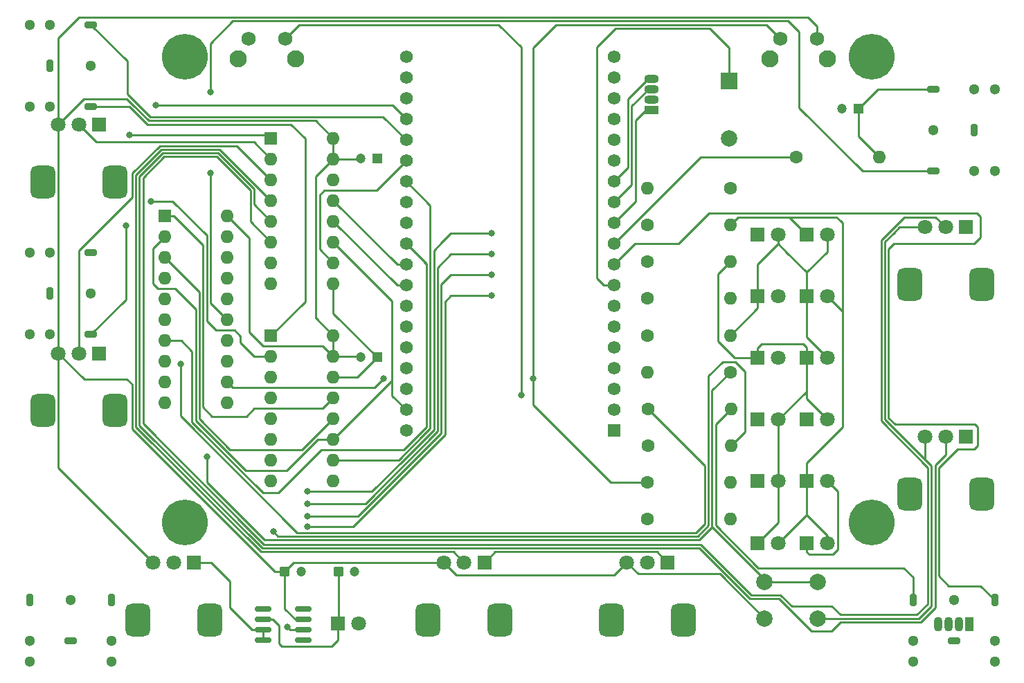
<source format=gbr>
%TF.GenerationSoftware,KiCad,Pcbnew,9.0.3*%
%TF.CreationDate,2025-07-22T15:18:12+02:00*%
%TF.ProjectId,Spikeling_v2.4,5370696b-656c-4696-9e67-5f76322e342e,rev?*%
%TF.SameCoordinates,Original*%
%TF.FileFunction,Copper,L1,Top*%
%TF.FilePolarity,Positive*%
%FSLAX46Y46*%
G04 Gerber Fmt 4.6, Leading zero omitted, Abs format (unit mm)*
G04 Created by KiCad (PCBNEW 9.0.3) date 2025-07-22 15:18:12*
%MOMM*%
%LPD*%
G01*
G04 APERTURE LIST*
G04 Aperture macros list*
%AMRoundRect*
0 Rectangle with rounded corners*
0 $1 Rounding radius*
0 $2 $3 $4 $5 $6 $7 $8 $9 X,Y pos of 4 corners*
0 Add a 4 corners polygon primitive as box body*
4,1,4,$2,$3,$4,$5,$6,$7,$8,$9,$2,$3,0*
0 Add four circle primitives for the rounded corners*
1,1,$1+$1,$2,$3*
1,1,$1+$1,$4,$5*
1,1,$1+$1,$6,$7*
1,1,$1+$1,$8,$9*
0 Add four rect primitives between the rounded corners*
20,1,$1+$1,$2,$3,$4,$5,0*
20,1,$1+$1,$4,$5,$6,$7,0*
20,1,$1+$1,$6,$7,$8,$9,0*
20,1,$1+$1,$8,$9,$2,$3,0*%
G04 Aperture macros list end*
%TA.AperFunction,ComponentPad*%
%ADD10C,2.100000*%
%TD*%
%TA.AperFunction,ComponentPad*%
%ADD11C,1.750000*%
%TD*%
%TA.AperFunction,ComponentPad*%
%ADD12C,5.600000*%
%TD*%
%TA.AperFunction,ComponentPad*%
%ADD13R,1.800000X1.800000*%
%TD*%
%TA.AperFunction,ComponentPad*%
%ADD14C,1.800000*%
%TD*%
%TA.AperFunction,ComponentPad*%
%ADD15R,1.600000X1.600000*%
%TD*%
%TA.AperFunction,ComponentPad*%
%ADD16O,1.600000X1.600000*%
%TD*%
%TA.AperFunction,ComponentPad*%
%ADD17RoundRect,0.750000X-0.750000X1.250000X-0.750000X-1.250000X0.750000X-1.250000X0.750000X1.250000X0*%
%TD*%
%TA.AperFunction,ComponentPad*%
%ADD18R,1.800000X1.070000*%
%TD*%
%TA.AperFunction,ComponentPad*%
%ADD19O,1.800000X1.070000*%
%TD*%
%TA.AperFunction,ComponentPad*%
%ADD20C,1.300000*%
%TD*%
%TA.AperFunction,ComponentPad*%
%ADD21RoundRect,0.200000X0.550000X0.200000X-0.550000X0.200000X-0.550000X-0.200000X0.550000X-0.200000X0*%
%TD*%
%TA.AperFunction,ComponentPad*%
%ADD22RoundRect,0.200000X-0.200000X0.550000X-0.200000X-0.550000X0.200000X-0.550000X0.200000X0.550000X0*%
%TD*%
%TA.AperFunction,ComponentPad*%
%ADD23RoundRect,0.200000X-0.550000X-0.200000X0.550000X-0.200000X0.550000X0.200000X-0.550000X0.200000X0*%
%TD*%
%TA.AperFunction,ComponentPad*%
%ADD24RoundRect,0.200000X0.200000X-0.550000X0.200000X0.550000X-0.200000X0.550000X-0.200000X-0.550000X0*%
%TD*%
%TA.AperFunction,ComponentPad*%
%ADD25C,1.600000*%
%TD*%
%TA.AperFunction,ComponentPad*%
%ADD26R,1.200000X1.200000*%
%TD*%
%TA.AperFunction,ComponentPad*%
%ADD27C,1.200000*%
%TD*%
%TA.AperFunction,SMDPad,CuDef*%
%ADD28RoundRect,0.150000X-0.825000X-0.150000X0.825000X-0.150000X0.825000X0.150000X-0.825000X0.150000X0*%
%TD*%
%TA.AperFunction,ComponentPad*%
%ADD29RoundRect,0.250000X-0.350000X-0.350000X0.350000X-0.350000X0.350000X0.350000X-0.350000X0.350000X0*%
%TD*%
%TA.AperFunction,ComponentPad*%
%ADD30R,2.000000X2.000000*%
%TD*%
%TA.AperFunction,ComponentPad*%
%ADD31C,2.000000*%
%TD*%
%TA.AperFunction,ComponentPad*%
%ADD32R,1.560000X1.560000*%
%TD*%
%TA.AperFunction,ComponentPad*%
%ADD33C,1.560000*%
%TD*%
%TA.AperFunction,ComponentPad*%
%ADD34O,1.070000X1.800000*%
%TD*%
%TA.AperFunction,ComponentPad*%
%ADD35R,1.070000X1.800000*%
%TD*%
%TA.AperFunction,ViaPad*%
%ADD36C,0.800000*%
%TD*%
%TA.AperFunction,Conductor*%
%ADD37C,0.250000*%
%TD*%
G04 APERTURE END LIST*
D10*
%TO.P,SW2,*%
%TO.N,*%
X191500000Y-55280000D03*
X198510000Y-55280000D03*
D11*
%TO.P,SW2,1,1*%
%TO.N,Button_Buzzer*%
X192750000Y-52790000D03*
%TO.P,SW2,2,2*%
%TO.N,VCC*%
X197250000Y-52790000D03*
%TD*%
D12*
%TO.P, ,1*%
%TO.N,N/C*%
X120000000Y-55000000D03*
%TD*%
D13*
%TO.P,D7,1,K*%
%TO.N,Net-(D4-K)*%
X190000000Y-76779000D03*
D14*
%TO.P,D7,2,A*%
%TO.N,Net-(D10-K)*%
X192540000Y-76779000D03*
%TD*%
D13*
%TO.P,D2,1,K*%
%TO.N,Net-(D10-A)*%
X190000000Y-114504000D03*
D14*
%TO.P,D2,2,A*%
%TO.N,Net-(D12-A)*%
X192540000Y-114504000D03*
%TD*%
D13*
%TO.P,D0,1,K*%
%TO.N,Net-(D0-K)*%
X138725000Y-124350000D03*
D14*
%TO.P,D0,2,A*%
%TO.N,GNDREF*%
X141265000Y-124350000D03*
%TD*%
D15*
%TO.P,U3,1,CH0*%
%TO.N,A_Synapse1*%
X130500000Y-89125000D03*
D16*
%TO.P,U3,2,CH1*%
%TO.N,A_Synapse2*%
X130500000Y-91665000D03*
%TO.P,U3,3,CH2*%
%TO.N,A_PhotoDiode*%
X130500000Y-94205000D03*
%TO.P,U3,4,CH3*%
%TO.N,A_Current*%
X130500000Y-96745000D03*
%TO.P,U3,5,CH4*%
%TO.N,unconnected-(U3-CH4-Pad5)*%
X130500000Y-99285000D03*
%TO.P,U3,6,CH5*%
%TO.N,unconnected-(U3-CH5-Pad6)*%
X130500000Y-101825000D03*
%TO.P,U3,7,CH6*%
%TO.N,unconnected-(U3-CH6-Pad7)*%
X130500000Y-104365000D03*
%TO.P,U3,8,CH7*%
%TO.N,unconnected-(U3-CH7-Pad8)*%
X130500000Y-106905000D03*
%TO.P,U3,9,DGND*%
%TO.N,GNDREF*%
X138120000Y-106905000D03*
%TO.P,U3,10,~{CS}/SHDN*%
%TO.N,CS_ADC2*%
X138120000Y-104365000D03*
%TO.P,U3,11,Din*%
%TO.N,MOSI*%
X138120000Y-101825000D03*
%TO.P,U3,12,Dout*%
%TO.N,MISO*%
X138120000Y-99285000D03*
%TO.P,U3,13,CLK*%
%TO.N,CLK*%
X138120000Y-96745000D03*
%TO.P,U3,14,AGND*%
%TO.N,GNDREF*%
X138120000Y-94205000D03*
%TO.P,U3,15,Vref*%
%TO.N,VCC*%
X138120000Y-91665000D03*
%TO.P,U3,16,Vdd*%
X138120000Y-89125000D03*
%TD*%
D17*
%TO.P,RV6,*%
%TO.N,*%
X217400000Y-108500000D03*
X208600000Y-108500000D03*
D13*
%TO.P,RV6,1,1*%
%TO.N,GNDREF*%
X215500000Y-101500000D03*
D14*
%TO.P,RV6,2,2*%
%TO.N,A_StimStre*%
X213000000Y-101500000D03*
%TO.P,RV6,3,3*%
%TO.N,VCC*%
X210500000Y-101500000D03*
%TD*%
D17*
%TO.P,RV4,*%
%TO.N,*%
X180900000Y-123900000D03*
X172100000Y-123900000D03*
D13*
%TO.P,RV4,1,1*%
%TO.N,GNDREF*%
X179000000Y-116900000D03*
D14*
%TO.P,RV4,2,2*%
%TO.N,A_Noise*%
X176500000Y-116900000D03*
%TO.P,RV4,3,3*%
%TO.N,VCC*%
X174000000Y-116900000D03*
%TD*%
D18*
%TO.P,D1,1,RA*%
%TO.N,Spike_R*%
X177000000Y-61500000D03*
D19*
%TO.P,D1,2,K*%
%TO.N,Net-(D1-K)*%
X177000000Y-60230000D03*
%TO.P,D1,3,GA*%
%TO.N,Spike_G*%
X177000000Y-58960000D03*
%TO.P,D1,4,BA*%
%TO.N,Spike_B*%
X177000000Y-57690000D03*
%TD*%
D20*
%TO.P,J2,*%
%TO.N,*%
X101000000Y-61100000D03*
X103500000Y-61100000D03*
X108500000Y-56100000D03*
X101000000Y-51100000D03*
X103500000Y-51100000D03*
D21*
%TO.P,J2,R*%
%TO.N,A_Synapse1*%
X108500000Y-61100000D03*
D22*
%TO.P,J2,S*%
%TO.N,GNDREF*%
X103500000Y-56100000D03*
D21*
%TO.P,J2,T*%
%TO.N,D_Synapse1*%
X108500000Y-51100000D03*
%TD*%
D20*
%TO.P,J1,*%
%TO.N,*%
X219000000Y-59000000D03*
X216500000Y-59000000D03*
X211500000Y-64000000D03*
X219000000Y-69000000D03*
X216500000Y-69000000D03*
D23*
%TO.P,J1,R*%
%TO.N,Net-(C3-Pad1)*%
X211500000Y-59000000D03*
D24*
%TO.P,J1,S*%
%TO.N,GNDREF*%
X216500000Y-64000000D03*
D23*
%TO.P,J1,T*%
%TO.N,D_Axon*%
X211500000Y-69000000D03*
%TD*%
D15*
%TO.P,U4,1,SCL*%
%TO.N,CLK*%
X117500000Y-74500000D03*
D16*
%TO.P,U4,2,SI*%
%TO.N,MOSI*%
X117500000Y-77040000D03*
%TO.P,U4,3,SO*%
%TO.N,MISO*%
X117500000Y-79580000D03*
%TO.P,U4,4,A1*%
%TO.N,GNDREF*%
X117500000Y-82120000D03*
%TO.P,U4,5,A0*%
X117500000Y-84660000D03*
%TO.P,U4,6,~{RESET}*%
%TO.N,unconnected-(U4-~{RESET}-Pad6)*%
X117500000Y-87200000D03*
%TO.P,U4,7,CS*%
%TO.N,CS_D1*%
X117500000Y-89740000D03*
%TO.P,U4,8,INT*%
%TO.N,unconnected-(U4-INT-Pad8)*%
X117500000Y-92280000D03*
%TO.P,U4,9,VSS*%
%TO.N,GNDREF*%
X117500000Y-94820000D03*
%TO.P,U4,10,NC*%
%TO.N,unconnected-(U4-NC-Pad10)*%
X117500000Y-97360000D03*
%TO.P,U4,11,NC*%
%TO.N,unconnected-(U4-NC-Pad11)*%
X125120000Y-97360000D03*
%TO.P,U4,12,GP0*%
%TO.N,Button_Buzzer*%
X125120000Y-94820000D03*
%TO.P,U4,13,GP1*%
%TO.N,Button_Mode*%
X125120000Y-92280000D03*
%TO.P,U4,14,GP2*%
%TO.N,D_Stim*%
X125120000Y-89740000D03*
%TO.P,U4,15,GP3*%
%TO.N,D_Axon*%
X125120000Y-87200000D03*
%TO.P,U4,16,GP4*%
%TO.N,CharliePlex4*%
X125120000Y-84660000D03*
%TO.P,U4,17,GP5*%
%TO.N,CharliePlex3*%
X125120000Y-82120000D03*
%TO.P,U4,18,GP6*%
%TO.N,CharliePlex2*%
X125120000Y-79580000D03*
%TO.P,U4,19,GP7*%
%TO.N,CharliePlex1*%
X125120000Y-77040000D03*
%TO.P,U4,20,VDD*%
%TO.N,VCC*%
X125120000Y-74500000D03*
%TD*%
D17*
%TO.P,RV1,*%
%TO.N,*%
X111400000Y-70300000D03*
X102600000Y-70300000D03*
D13*
%TO.P,RV1,1,1*%
%TO.N,GNDREF*%
X109500000Y-63300000D03*
D14*
%TO.P,RV1,2,2*%
%TO.N,A_Syn1*%
X107000000Y-63300000D03*
%TO.P,RV1,3,3*%
%TO.N,VCC*%
X104500000Y-63300000D03*
%TD*%
D13*
%TO.P,D4,1,K*%
%TO.N,Net-(D4-K)*%
X190000000Y-99414000D03*
D14*
%TO.P,D4,2,A*%
%TO.N,Net-(D10-A)*%
X192540000Y-99414000D03*
%TD*%
D17*
%TO.P,RV3,*%
%TO.N,*%
X123000000Y-123900000D03*
X114200000Y-123900000D03*
D13*
%TO.P,RV3,1,1*%
%TO.N,GNDREF*%
X121100000Y-116900000D03*
D14*
%TO.P,RV3,2,2*%
%TO.N,A_Vm*%
X118600000Y-116900000D03*
%TO.P,RV3,3,3*%
%TO.N,VCC*%
X116100000Y-116900000D03*
%TD*%
D25*
%TO.P,R3,1*%
%TO.N,D_Stim*%
X176600000Y-98100000D03*
D16*
%TO.P,R3,2*%
%TO.N,Net-(J5-PadT)*%
X186760000Y-98100000D03*
%TD*%
D12*
%TO.P, ,1*%
%TO.N,N/C*%
X204000000Y-55000000D03*
%TD*%
D15*
%TO.P,U2,1,CH0*%
%TO.N,A_Vm*%
X130500000Y-65000000D03*
D16*
%TO.P,U2,2,CH1*%
%TO.N,A_Syn1*%
X130500000Y-67540000D03*
%TO.P,U2,3,CH2*%
%TO.N,A_Syn2*%
X130500000Y-70080000D03*
%TO.P,U2,4,CH3*%
%TO.N,A_PD*%
X130500000Y-72620000D03*
%TO.P,U2,5,CH4*%
%TO.N,A_StimStre*%
X130500000Y-75160000D03*
%TO.P,U2,6,CH5*%
%TO.N,A_StimFre*%
X130500000Y-77700000D03*
%TO.P,U2,7,CH6*%
%TO.N,A_Noise*%
X130500000Y-80240000D03*
%TO.P,U2,8,CH7*%
%TO.N,unconnected-(U2-CH7-Pad8)*%
X130500000Y-82780000D03*
%TO.P,U2,9,DGND*%
%TO.N,GNDREF*%
X138120000Y-82780000D03*
%TO.P,U2,10,~{CS}/SHDN*%
%TO.N,CS_ADC1*%
X138120000Y-80240000D03*
%TO.P,U2,11,Din*%
%TO.N,MOSI*%
X138120000Y-77700000D03*
%TO.P,U2,12,Dout*%
%TO.N,MISO*%
X138120000Y-75160000D03*
%TO.P,U2,13,CLK*%
%TO.N,CLK*%
X138120000Y-72620000D03*
%TO.P,U2,14,AGND*%
%TO.N,GNDREF*%
X138120000Y-70080000D03*
%TO.P,U2,15,Vref*%
%TO.N,VCC*%
X138120000Y-67540000D03*
%TO.P,U2,16,Vdd*%
X138120000Y-65000000D03*
%TD*%
D26*
%TO.P,C2,1*%
%TO.N,GNDREF*%
X143472600Y-91750000D03*
D27*
%TO.P,C2,2*%
%TO.N,VCC*%
X141472600Y-91750000D03*
%TD*%
D10*
%TO.P,SW3,*%
%TO.N,*%
X126500000Y-55280000D03*
X133510000Y-55280000D03*
D11*
%TO.P,SW3,1,1*%
%TO.N,GNDREF*%
X127750000Y-52790000D03*
%TO.P,SW3,2,2*%
%TO.N,Net-(U1-EN)*%
X132250000Y-52790000D03*
%TD*%
D13*
%TO.P,D11,1,K*%
%TO.N,Net-(D10-A)*%
X196000000Y-91869000D03*
D14*
%TO.P,D11,2,A*%
%TO.N,Net-(D10-K)*%
X198540000Y-91869000D03*
%TD*%
D13*
%TO.P,D9,1,K*%
%TO.N,Net-(D12-A)*%
X196000000Y-106959000D03*
D14*
%TO.P,D9,2,A*%
%TO.N,Net-(D4-K)*%
X198540000Y-106959000D03*
%TD*%
D26*
%TO.P,C1,1*%
%TO.N,GNDREF*%
X143472600Y-67500000D03*
D27*
%TO.P,C1,2*%
%TO.N,VCC*%
X141472600Y-67500000D03*
%TD*%
D28*
%TO.P,U5,1,NC*%
%TO.N,unconnected-(U5-NC-Pad1)*%
X129525000Y-122595000D03*
%TO.P,U5,2,-*%
%TO.N,Net-(D0-K)*%
X129525000Y-123865000D03*
%TO.P,U5,3,+*%
%TO.N,GNDREF*%
X129525000Y-125135000D03*
%TO.P,U5,4,V-*%
X129525000Y-126405000D03*
%TO.P,U5,5,NC*%
%TO.N,unconnected-(U5-NC-Pad5)*%
X134475000Y-126405000D03*
%TO.P,U5,6*%
%TO.N,A_PhotoDiode*%
X134475000Y-125135000D03*
%TO.P,U5,7,V+*%
%TO.N,VCC*%
X134475000Y-123865000D03*
%TO.P,U5,8,NC*%
%TO.N,unconnected-(U5-NC-Pad8)*%
X134475000Y-122595000D03*
%TD*%
D25*
%TO.P,R9,1*%
%TO.N,CharliePlex4*%
X176500000Y-89100000D03*
D16*
%TO.P,R9,2*%
%TO.N,Net-(D10-K)*%
X186660000Y-89100000D03*
%TD*%
D13*
%TO.P,D13,1,K*%
%TO.N,Net-(D12-A)*%
X196000000Y-76779000D03*
D14*
%TO.P,D13,2,A*%
%TO.N,Net-(D10-K)*%
X198540000Y-76779000D03*
%TD*%
D25*
%TO.P,R12,1*%
%TO.N,Net-(D14-K)*%
X176571000Y-111600000D03*
D16*
%TO.P,R12,2*%
%TO.N,GNDREF*%
X186731000Y-111600000D03*
%TD*%
D13*
%TO.P,D12,1,K*%
%TO.N,Net-(D10-K)*%
X196000000Y-84324000D03*
D14*
%TO.P,D12,2,A*%
%TO.N,Net-(D12-A)*%
X198540000Y-84324000D03*
%TD*%
D29*
%TO.P,C5,1*%
%TO.N,VCC*%
X132200000Y-118000000D03*
D27*
%TO.P,C5,2*%
%TO.N,GNDREF*%
X134200000Y-118000000D03*
%TD*%
D13*
%TO.P,D10,1,K*%
%TO.N,Net-(D10-K)*%
X196000000Y-99414000D03*
D14*
%TO.P,D10,2,A*%
%TO.N,Net-(D10-A)*%
X198540000Y-99414000D03*
%TD*%
D25*
%TO.P,R1,1*%
%TO.N,A_Axon*%
X194720000Y-67300000D03*
D16*
%TO.P,R1,2*%
%TO.N,Net-(C3-Pad1)*%
X204880000Y-67300000D03*
%TD*%
D17*
%TO.P,RV7,*%
%TO.N,*%
X217400000Y-82872000D03*
X208600000Y-82872000D03*
D13*
%TO.P,RV7,1,1*%
%TO.N,GNDREF*%
X215500000Y-75872000D03*
D14*
%TO.P,RV7,2,2*%
%TO.N,A_StimFre*%
X213000000Y-75872000D03*
%TO.P,RV7,3,3*%
%TO.N,VCC*%
X210500000Y-75872000D03*
%TD*%
D17*
%TO.P,RV2,*%
%TO.N,*%
X111400000Y-98300000D03*
X102600000Y-98300000D03*
D13*
%TO.P,RV2,1,1*%
%TO.N,GNDREF*%
X109500000Y-91300000D03*
D14*
%TO.P,RV2,2,2*%
%TO.N,A_Syn2*%
X107000000Y-91300000D03*
%TO.P,RV2,3,3*%
%TO.N,VCC*%
X104500000Y-91300000D03*
%TD*%
D20*
%TO.P,J3,*%
%TO.N,*%
X101000000Y-89000000D03*
X103500000Y-89000000D03*
X108500000Y-84000000D03*
X101000000Y-79000000D03*
X103500000Y-79000000D03*
D21*
%TO.P,J3,R*%
%TO.N,A_Synapse2*%
X108500000Y-89000000D03*
D22*
%TO.P,J3,S*%
%TO.N,GNDREF*%
X103500000Y-84000000D03*
D21*
%TO.P,J3,T*%
%TO.N,D_Synapse2*%
X108500000Y-79000000D03*
%TD*%
D13*
%TO.P,D3,1,K*%
%TO.N,Net-(D12-A)*%
X190000000Y-106959000D03*
D14*
%TO.P,D3,2,A*%
%TO.N,Net-(D10-A)*%
X192540000Y-106959000D03*
%TD*%
D12*
%TO.P, ,1*%
%TO.N,N/C*%
X204000000Y-112000000D03*
%TD*%
D29*
%TO.P,C4,1*%
%TO.N,Net-(D0-K)*%
X138727401Y-118000000D03*
D27*
%TO.P,C4,2*%
%TO.N,GNDREF*%
X140727401Y-118000000D03*
%TD*%
D13*
%TO.P,D5,1,K*%
%TO.N,Net-(D10-A)*%
X190000000Y-91869000D03*
D14*
%TO.P,D5,2,A*%
%TO.N,Net-(D4-K)*%
X192540000Y-91869000D03*
%TD*%
D25*
%TO.P,R8,1*%
%TO.N,CharliePlex3*%
X176500000Y-84600000D03*
D16*
%TO.P,R8,2*%
%TO.N,Net-(D4-K)*%
X186660000Y-84600000D03*
%TD*%
D25*
%TO.P,R2,1*%
%TO.N,GNDREF*%
X176600000Y-102600000D03*
D16*
%TO.P,R2,2*%
%TO.N,Net-(D0-K)*%
X186760000Y-102600000D03*
%TD*%
D17*
%TO.P,RV5,*%
%TO.N,*%
X158519000Y-123900000D03*
X149719000Y-123900000D03*
D13*
%TO.P,RV5,1,1*%
%TO.N,GNDREF*%
X156619000Y-116900000D03*
D14*
%TO.P,RV5,2,2*%
%TO.N,A_PD*%
X154119000Y-116900000D03*
%TO.P,RV5,3,3*%
%TO.N,VCC*%
X151619000Y-116900000D03*
%TD*%
D26*
%TO.P,C3,1*%
%TO.N,Net-(C3-Pad1)*%
X202350000Y-61350000D03*
D27*
%TO.P,C3,2*%
%TO.N,GNDREF*%
X200350000Y-61350000D03*
%TD*%
D25*
%TO.P,R7,1*%
%TO.N,CharliePlex2*%
X176500000Y-80100000D03*
D16*
%TO.P,R7,2*%
%TO.N,Net-(D10-A)*%
X186660000Y-80100000D03*
%TD*%
D25*
%TO.P,R4,1*%
%TO.N,Net-(D1-K)*%
X186680000Y-71100000D03*
D16*
%TO.P,R4,2*%
%TO.N,GNDREF*%
X176520000Y-71100000D03*
%TD*%
D30*
%TO.P,BZ1,1,-*%
%TO.N,Spike*%
X186500000Y-58000000D03*
D31*
%TO.P,BZ1,2,+*%
%TO.N,GNDREF*%
X186500000Y-65000000D03*
%TD*%
D12*
%TO.P, ,1*%
%TO.N,N/C*%
X120000000Y-112000000D03*
%TD*%
D25*
%TO.P,R11,1*%
%TO.N,Button_Buzzer*%
X176570000Y-107100000D03*
D16*
%TO.P,R11,2*%
%TO.N,GNDREF*%
X186730000Y-107100000D03*
%TD*%
D25*
%TO.P,R6,1*%
%TO.N,CharliePlex1*%
X176500000Y-75600000D03*
D16*
%TO.P,R6,2*%
%TO.N,Net-(D12-A)*%
X186660000Y-75600000D03*
%TD*%
D31*
%TO.P,SW1,1,1*%
%TO.N,Button_Mode*%
X190860000Y-119250000D03*
X197360000Y-119250000D03*
%TO.P,SW1,2,2*%
%TO.N,VCC*%
X190860000Y-123750000D03*
X197360000Y-123750000D03*
%TD*%
D13*
%TO.P,D8,1,K*%
%TO.N,Net-(D4-K)*%
X196000000Y-114504000D03*
D14*
%TO.P,D8,2,A*%
%TO.N,Net-(D12-A)*%
X198540000Y-114504000D03*
%TD*%
D13*
%TO.P,D6,1,K*%
%TO.N,Net-(D10-K)*%
X190000000Y-84324000D03*
D14*
%TO.P,D6,2,A*%
%TO.N,Net-(D4-K)*%
X192540000Y-84324000D03*
%TD*%
D20*
%TO.P,J5,*%
%TO.N,*%
X219000000Y-129000000D03*
X219000000Y-126500000D03*
X214000000Y-121500000D03*
X209000000Y-129000000D03*
X209000000Y-126500000D03*
D22*
%TO.P,J5,R*%
%TO.N,A_Stim*%
X219000000Y-121500000D03*
D23*
%TO.P,J5,S*%
%TO.N,GNDREF*%
X214000000Y-126500000D03*
D22*
%TO.P,J5,T*%
%TO.N,Net-(J5-PadT)*%
X209000000Y-121500000D03*
%TD*%
D32*
%TO.P,U1,1,3V3*%
%TO.N,VCC*%
X172450000Y-100760000D03*
D33*
%TO.P,U1,2,EN*%
%TO.N,Net-(U1-EN)*%
X172450000Y-98220000D03*
%TO.P,U1,3,SENSOR_VP*%
%TO.N,unconnected-(U1-SENSOR_VP-Pad3)*%
X172450000Y-95680000D03*
%TO.P,U1,4,SENSOR_VN*%
%TO.N,unconnected-(U1-SENSOR_VN-Pad4)*%
X172450000Y-93140000D03*
%TO.P,U1,5,IO34*%
%TO.N,Stim_B*%
X172450000Y-90600000D03*
%TO.P,U1,6,IO35*%
%TO.N,Stim_R*%
X172450000Y-88060000D03*
%TO.P,U1,7,IO32*%
%TO.N,Stim_G*%
X172450000Y-85520000D03*
%TO.P,U1,8,IO33*%
%TO.N,Spike*%
X172450000Y-82980000D03*
%TO.P,U1,9,IO25*%
%TO.N,A_Stim*%
X172450000Y-80440000D03*
%TO.P,U1,10,IO26*%
%TO.N,A_Axon*%
X172450000Y-77900000D03*
%TO.P,U1,11,IO27*%
%TO.N,Spike_R*%
X172450000Y-75360000D03*
%TO.P,U1,12,IO14*%
%TO.N,Spike_G*%
X172450000Y-72820000D03*
%TO.P,U1,13,IO12*%
%TO.N,Spike_B*%
X172450000Y-70280000D03*
%TO.P,U1,14,GND1*%
%TO.N,GNDREF*%
X172450000Y-67740000D03*
%TO.P,U1,15,IO13*%
%TO.N,unconnected-(U1-IO13-Pad15)*%
X172450000Y-65200000D03*
%TO.P,U1,16,SD2*%
%TO.N,unconnected-(U1-SD2-Pad16)*%
X172450000Y-62660000D03*
%TO.P,U1,17,SD3*%
%TO.N,unconnected-(U1-SD3-Pad17)*%
X172450000Y-60120000D03*
%TO.P,U1,18,CMD*%
%TO.N,unconnected-(U1-CMD-Pad18)*%
X172450000Y-57580000D03*
%TO.P,U1,19,EXT_5V*%
%TO.N,unconnected-(U1-EXT_5V-Pad19)*%
X172450000Y-55040000D03*
%TO.P,U1,20,GND3*%
%TO.N,GNDREF*%
X147050000Y-100760000D03*
%TO.P,U1,21,IO23*%
%TO.N,MOSI*%
X147050000Y-98220000D03*
%TO.P,U1,22,IO22*%
%TO.N,unconnected-(U1-IO22-Pad22)*%
X147050000Y-95680000D03*
%TO.P,U1,23,TXD0*%
%TO.N,unconnected-(U1-TXD0-Pad23)*%
X147050000Y-93140000D03*
%TO.P,U1,24,RXD0*%
%TO.N,unconnected-(U1-RXD0-Pad24)*%
X147050000Y-90600000D03*
%TO.P,U1,25,IO21*%
%TO.N,unconnected-(U1-IO21-Pad25)*%
X147050000Y-88060000D03*
%TO.P,U1,26,GND2*%
%TO.N,GNDREF*%
X147050000Y-85520000D03*
%TO.P,U1,27,IO19*%
%TO.N,MISO*%
X147050000Y-82980000D03*
%TO.P,U1,28,IO18*%
%TO.N,CLK*%
X147050000Y-80440000D03*
%TO.P,U1,29,IO5*%
%TO.N,CS_D1*%
X147050000Y-77900000D03*
%TO.P,U1,30,IO17*%
%TO.N,unconnected-(U1-IO17-Pad30)*%
X147050000Y-75360000D03*
%TO.P,U1,31,IO16*%
%TO.N,unconnected-(U1-IO16-Pad31)*%
X147050000Y-72820000D03*
%TO.P,U1,32,IO4*%
%TO.N,CS_ADC2*%
X147050000Y-70280000D03*
%TO.P,U1,33,IO0*%
%TO.N,CS_ADC1*%
X147050000Y-67740000D03*
%TO.P,U1,34,IO2*%
%TO.N,D_Synapse1*%
X147050000Y-65200000D03*
%TO.P,U1,35,IO15*%
%TO.N,D_Synapse2*%
X147050000Y-62660000D03*
%TO.P,U1,36,SD1*%
%TO.N,unconnected-(U1-SD1-Pad36)*%
X147050000Y-60120000D03*
%TO.P,U1,37,SD0*%
%TO.N,unconnected-(U1-SD0-Pad37)*%
X147050000Y-57580000D03*
%TO.P,U1,38,CLK*%
%TO.N,unconnected-(U1-CLK-Pad38)*%
X147050000Y-55040000D03*
%TD*%
D25*
%TO.P,R5,1*%
%TO.N,Button_Mode*%
X186660000Y-93600000D03*
D16*
%TO.P,R5,2*%
%TO.N,GNDREF*%
X176500000Y-93600000D03*
%TD*%
D34*
%TO.P,D14,4,BA*%
%TO.N,Stim_B*%
X212060000Y-124425000D03*
%TO.P,D14,3,GA*%
%TO.N,Stim_G*%
X213330000Y-124425000D03*
%TO.P,D14,2,K*%
%TO.N,Net-(D14-K)*%
X214600000Y-124425000D03*
D35*
%TO.P,D14,1,RA*%
%TO.N,Stim_R*%
X215870000Y-124425000D03*
%TD*%
D20*
%TO.P,J4,*%
%TO.N,*%
X111000000Y-129000000D03*
X111000000Y-126500000D03*
X106000000Y-121500000D03*
X101000000Y-129000000D03*
X101000000Y-126500000D03*
D22*
%TO.P,J4,R*%
%TO.N,A_Current*%
X111000000Y-121500000D03*
D23*
%TO.P,J4,S*%
%TO.N,GNDREF*%
X106000000Y-126500000D03*
D22*
%TO.P,J4,T*%
%TO.N,unconnected-(J4-PadT)*%
X101000000Y-121500000D03*
%TD*%
D36*
%TO.N,Net-(D0-K)*%
X130775000Y-113100000D03*
%TO.N,Net-(U1-EN)*%
X161100000Y-96425000D03*
%TO.N,D_Axon*%
X123100000Y-69200000D03*
X123124511Y-59325489D03*
%TO.N,A_Synapse2*%
X115800000Y-72700000D03*
X112800000Y-75700000D03*
%TO.N,D_Stim*%
X119425000Y-92600000D03*
%TO.N,Button_Mode*%
X122675000Y-103975000D03*
%TO.N,CharliePlex1*%
X157500000Y-76625000D03*
X135000000Y-108225000D03*
%TO.N,CharliePlex2*%
X157500000Y-79175000D03*
X135000000Y-109750000D03*
%TO.N,CharliePlex3*%
X157500000Y-81700000D03*
X135000000Y-111225000D03*
%TO.N,CharliePlex4*%
X157500000Y-84250000D03*
X135000000Y-112500000D03*
%TO.N,Button_Buzzer*%
X144300000Y-94375000D03*
X162575000Y-94375000D03*
%TO.N,A_Vm*%
X113200000Y-64600000D03*
%TO.N,D_Synapse2*%
X116400000Y-60975000D03*
%TO.N,A_PhotoDiode*%
X132500000Y-124750000D03*
%TD*%
D37*
%TO.N,VCC*%
X127825000Y-88702000D02*
X127825000Y-85150000D01*
X129523000Y-90400000D02*
X127825000Y-88702000D01*
X136855000Y-90400000D02*
X129523000Y-90400000D01*
X138120000Y-91665000D02*
X136855000Y-90400000D01*
%TO.N,A_Synapse2*%
X118475551Y-72700000D02*
X115800000Y-72700000D01*
X122649000Y-76873448D02*
X118475551Y-72700000D01*
X126775000Y-89200000D02*
X126050000Y-88475000D01*
X126775000Y-90000000D02*
X126775000Y-89200000D01*
X123800000Y-88475000D02*
X122649000Y-87324000D01*
X128450000Y-91675000D02*
X126775000Y-90000000D01*
X126050000Y-88475000D02*
X123800000Y-88475000D01*
X122649000Y-87324000D02*
X122649000Y-76873448D01*
X128460000Y-91665000D02*
X128450000Y-91675000D01*
X130500000Y-91665000D02*
X128460000Y-91665000D01*
%TO.N,A_StimFre*%
X189261109Y-120875489D02*
X191025000Y-120875489D01*
X182525000Y-114677480D02*
X183063100Y-114677480D01*
X183063100Y-114677480D02*
X189261109Y-120875489D01*
X182525000Y-114677480D02*
X129626008Y-114677480D01*
X192813299Y-120875489D02*
X191025000Y-120875489D01*
%TO.N,A_StimStre*%
X213000000Y-103675000D02*
X213000000Y-101500000D01*
X211724040Y-104950960D02*
X213000000Y-103675000D01*
X211724040Y-122411678D02*
X211724040Y-104950960D01*
X209936197Y-124199520D02*
X211724040Y-122411678D01*
X199062500Y-125312500D02*
X200175480Y-124199520D01*
X196612500Y-125312500D02*
X199062500Y-125312500D01*
X192626489Y-121326489D02*
X196612500Y-125312500D01*
X189098511Y-121326489D02*
X192626489Y-121326489D01*
X189086405Y-121338595D02*
X189098511Y-121326489D01*
X182876290Y-115128480D02*
X189086405Y-121338595D01*
X114424040Y-100113322D02*
X129439198Y-115128480D01*
X114424040Y-69646436D02*
X114424040Y-100113322D01*
X117272396Y-66798080D02*
X114424040Y-69646436D01*
X129439198Y-115128480D02*
X182876290Y-115128480D01*
X128425000Y-71180718D02*
X124042362Y-66798080D01*
X124042362Y-66798080D02*
X117272396Y-66798080D01*
X130500000Y-75160000D02*
X128425000Y-73085000D01*
X128425000Y-73085000D02*
X128425000Y-71180718D01*
X200175480Y-124199520D02*
X209936197Y-124199520D01*
%TO.N,A_Stim*%
X174990000Y-77900000D02*
X172450000Y-80440000D01*
X180300000Y-77900000D02*
X174990000Y-77900000D01*
X184026000Y-74174000D02*
X180300000Y-77900000D01*
X216799000Y-74174000D02*
X184026000Y-74174000D01*
X217225000Y-74600000D02*
X216799000Y-74174000D01*
X217225000Y-77150000D02*
X217225000Y-74600000D01*
X206702000Y-77850000D02*
X216525000Y-77850000D01*
X206027000Y-99201380D02*
X206027000Y-78525000D01*
X206800620Y-99975000D02*
X206027000Y-99201380D01*
X216550000Y-99975000D02*
X206800620Y-99975000D01*
X216900000Y-102600000D02*
X216900000Y-100325000D01*
X216900000Y-100325000D02*
X216550000Y-99975000D01*
X216500000Y-103000000D02*
X216900000Y-102600000D01*
X214500040Y-103000000D02*
X216500000Y-103000000D01*
X212175040Y-105325000D02*
X214500040Y-103000000D01*
X206027000Y-78525000D02*
X206702000Y-77850000D01*
X212175040Y-118550040D02*
X212175040Y-105325000D01*
X213400000Y-119775000D02*
X212175040Y-118550040D01*
X217275000Y-119775000D02*
X213400000Y-119775000D01*
X216525000Y-77850000D02*
X217225000Y-77150000D01*
X219000000Y-121500000D02*
X217275000Y-119775000D01*
%TO.N,Net-(D10-A)*%
X195575000Y-90150000D02*
X196000000Y-90575000D01*
X190500000Y-90150000D02*
X195575000Y-90150000D01*
X196000000Y-90575000D02*
X196000000Y-91869000D01*
X190000000Y-90650000D02*
X190500000Y-90150000D01*
X190000000Y-91869000D02*
X190000000Y-90650000D01*
X185192500Y-87550000D02*
X185192500Y-89842500D01*
X185575000Y-90225000D02*
X187219000Y-91869000D01*
X185192500Y-87550000D02*
X185192500Y-88567500D01*
X185192500Y-89842500D02*
X185575000Y-90225000D01*
X185192500Y-81567500D02*
X185192500Y-87550000D01*
%TO.N,Net-(D12-A)*%
X196000000Y-76779000D02*
X193846000Y-74625000D01*
X193846000Y-74625000D02*
X193725000Y-74625000D01*
X193725000Y-74625000D02*
X199650000Y-74625000D01*
X199650000Y-74625000D02*
X200150000Y-75125000D01*
X187635000Y-74625000D02*
X193725000Y-74625000D01*
X186660000Y-75600000D02*
X187635000Y-74625000D01*
X200150000Y-75125000D02*
X200400000Y-75375000D01*
X199825001Y-74800001D02*
X200150000Y-75125000D01*
X186660000Y-75600000D02*
X187459999Y-74800001D01*
%TO.N,GNDREF*%
X128185000Y-125135000D02*
X129525000Y-125135000D01*
X125487500Y-122437500D02*
X128185000Y-125135000D01*
X125487500Y-119187500D02*
X125487500Y-122437500D01*
X123200000Y-116900000D02*
X125487500Y-119187500D01*
X121100000Y-116900000D02*
X123200000Y-116900000D01*
%TO.N,Net-(J5-PadT)*%
X209000000Y-118700000D02*
X209000000Y-121500000D01*
X207850000Y-117550000D02*
X209000000Y-118700000D01*
X190113236Y-117550000D02*
X207850000Y-117550000D01*
X184900000Y-112336764D02*
X190113236Y-117550000D01*
X184900000Y-99960000D02*
X184900000Y-112336764D01*
X186760000Y-98100000D02*
X184900000Y-99960000D01*
%TO.N,VCC*%
X205576000Y-77636810D02*
X206643905Y-76568905D01*
X205576000Y-99388190D02*
X205576000Y-77636810D01*
X210488770Y-104300960D02*
X205576000Y-99388190D01*
X210500000Y-104300960D02*
X210488770Y-104300960D01*
X206643905Y-76568905D02*
X207340810Y-75872000D01*
%TO.N,A_StimFre*%
X211753000Y-74625000D02*
X213000000Y-75872000D01*
X207950000Y-74625000D02*
X211753000Y-74625000D01*
X210825000Y-121975000D02*
X210825000Y-105275000D01*
X209501000Y-123299000D02*
X210825000Y-121975000D01*
X210825000Y-105275000D02*
X205125000Y-99575000D01*
X205125000Y-99575000D02*
X205125000Y-77450000D01*
X205125000Y-77450000D02*
X207950000Y-74625000D01*
X208700000Y-123299000D02*
X209501000Y-123299000D01*
%TO.N,VCC*%
X207340810Y-75872000D02*
X210500000Y-75872000D01*
X206101000Y-77111810D02*
X206643905Y-76568905D01*
%TO.N,CLK*%
X118650000Y-74500000D02*
X117500000Y-74500000D01*
X127487500Y-99012500D02*
X123312500Y-99012500D01*
X123312500Y-99012500D02*
X122198000Y-97898000D01*
X122198000Y-97898000D02*
X122198000Y-78048000D01*
X128475000Y-98025000D02*
X127487500Y-99012500D01*
X136840000Y-98025000D02*
X128475000Y-98025000D01*
X138120000Y-96745000D02*
X136840000Y-98025000D01*
X122198000Y-78048000D02*
X118650000Y-74500000D01*
%TO.N,VCC*%
X104500000Y-91300000D02*
X104500000Y-105300000D01*
X112900000Y-94475000D02*
X113523520Y-95098520D01*
X113523520Y-100573520D02*
X130950000Y-118000000D01*
X130950000Y-118000000D02*
X132200000Y-118000000D01*
X104500000Y-91300000D02*
X107675000Y-94475000D01*
X107675000Y-94475000D02*
X112900000Y-94475000D01*
X113523520Y-95098520D02*
X113523520Y-100573520D01*
%TO.N,D_Stim*%
X183523000Y-105023000D02*
X176600000Y-98100000D01*
X183523000Y-112189190D02*
X183523000Y-105023000D01*
X133719724Y-113226000D02*
X182486190Y-113226000D01*
X182486190Y-113226000D02*
X183523000Y-112189190D01*
X119425000Y-92600000D02*
X119425000Y-98931276D01*
X119425000Y-98931276D02*
X133719724Y-113226000D01*
%TO.N,CS_D1*%
X149524000Y-80374000D02*
X147050000Y-77900000D01*
X149524000Y-100301000D02*
X149524000Y-80374000D01*
X146725000Y-103100000D02*
X149524000Y-100301000D01*
X129519034Y-108387500D02*
X131387500Y-108387500D01*
X120845000Y-99713466D02*
X129519034Y-108387500D01*
X136675000Y-103100000D02*
X146725000Y-103100000D01*
X120845000Y-91070000D02*
X120845000Y-99713466D01*
X117500000Y-89740000D02*
X119515000Y-89740000D01*
X119515000Y-89740000D02*
X120845000Y-91070000D01*
X131387500Y-108387500D02*
X136675000Y-103100000D01*
%TO.N,MOSI*%
X127394344Y-105625000D02*
X132415718Y-105625000D01*
X121296000Y-99526656D02*
X127394344Y-105625000D01*
X132415718Y-105625000D02*
X136215718Y-101825000D01*
X136215718Y-101825000D02*
X138120000Y-101825000D01*
X121296000Y-85896000D02*
X121296000Y-99526656D01*
X120162500Y-84762500D02*
X121296000Y-85896000D01*
X120162500Y-84762500D02*
X118800000Y-83400000D01*
%TO.N,MISO*%
X121747000Y-83827000D02*
X121747000Y-99337754D01*
X120472500Y-82552500D02*
X121747000Y-83827000D01*
X121747000Y-99337754D02*
X125508200Y-103098954D01*
X120472500Y-82552500D02*
X117500000Y-79580000D01*
%TO.N,Button_Buzzer*%
X143200000Y-95475000D02*
X144300000Y-94375000D01*
X125775000Y-95475000D02*
X143200000Y-95475000D01*
X125120000Y-94820000D02*
X125775000Y-95475000D01*
%TO.N,GNDREF*%
X215500000Y-101812810D02*
X215500000Y-101500000D01*
%TO.N,Net-(D0-K)*%
X130765000Y-123865000D02*
X131500000Y-124600000D01*
X131862500Y-127162500D02*
X137937500Y-127162500D01*
X185730000Y-92320000D02*
X183974000Y-94076000D01*
X129525000Y-123865000D02*
X130765000Y-123865000D01*
X131352000Y-113677000D02*
X130775000Y-113100000D01*
X138727401Y-124347599D02*
X138725000Y-124350000D01*
X131500000Y-126800000D02*
X131862500Y-127162500D01*
X131500000Y-124600000D02*
X131500000Y-126800000D01*
X183974000Y-112376000D02*
X182673000Y-113677000D01*
X138727401Y-118000000D02*
X138727401Y-124347599D01*
X188450000Y-100910000D02*
X188450000Y-93525000D01*
X183974000Y-94076000D02*
X183974000Y-112376000D01*
X138725000Y-126375000D02*
X138725000Y-124350000D01*
X188450000Y-93525000D02*
X187245000Y-92320000D01*
X182673000Y-113677000D02*
X131352000Y-113677000D01*
X186760000Y-102600000D02*
X188450000Y-100910000D01*
X187245000Y-92320000D02*
X185730000Y-92320000D01*
X137937500Y-127162500D02*
X138725000Y-126375000D01*
%TO.N,Net-(D10-A)*%
X186660000Y-80100000D02*
X185192500Y-81567500D01*
X192540000Y-106959000D02*
X192540000Y-111964000D01*
X196000000Y-96874000D02*
X198540000Y-99414000D01*
X187219000Y-91869000D02*
X190000000Y-91869000D01*
X192540000Y-111964000D02*
X190000000Y-114504000D01*
X192540000Y-99414000D02*
X196000000Y-95954000D01*
X196000000Y-95954000D02*
X196000000Y-91869000D01*
X192540000Y-99414000D02*
X192540000Y-106959000D01*
X196000000Y-91869000D02*
X196000000Y-96874000D01*
%TO.N,Net-(D12-A)*%
X198540000Y-113584000D02*
X198540000Y-114504000D01*
X196000000Y-111044000D02*
X198540000Y-113584000D01*
X196000000Y-110850000D02*
X196000000Y-106959000D01*
X196000000Y-106959000D02*
X196000000Y-104750000D01*
X200400000Y-86184000D02*
X200400000Y-75375000D01*
X196000000Y-104750000D02*
X200400000Y-100350000D01*
X200400000Y-100350000D02*
X200400000Y-86184000D01*
X200400000Y-86184000D02*
X198540000Y-84324000D01*
X196000000Y-111044000D02*
X196000000Y-110850000D01*
X192540000Y-114504000D02*
X196000000Y-111044000D01*
%TO.N,Net-(D4-K)*%
X199200000Y-115900000D02*
X199790500Y-115309500D01*
X199790500Y-115309500D02*
X199790500Y-108209500D01*
X196300000Y-115900000D02*
X199200000Y-115900000D01*
X196000000Y-115600000D02*
X196300000Y-115900000D01*
X199790500Y-108209500D02*
X198540000Y-106959000D01*
X196000000Y-114504000D02*
X196000000Y-115600000D01*
%TO.N,Net-(D10-K)*%
X193575000Y-78950000D02*
X196000000Y-81375000D01*
X198540000Y-78235000D02*
X198540000Y-76779000D01*
X196000000Y-89329000D02*
X198540000Y-91869000D01*
X196000000Y-84324000D02*
X196000000Y-89329000D01*
X190000000Y-85760000D02*
X186660000Y-89100000D01*
X192540000Y-77915000D02*
X193575000Y-78950000D01*
X196000000Y-81375000D02*
X196025000Y-81375000D01*
X190000000Y-80455000D02*
X192540000Y-77915000D01*
X190000000Y-84324000D02*
X190000000Y-85760000D01*
X192540000Y-76779000D02*
X192540000Y-77915000D01*
X190000000Y-84324000D02*
X190000000Y-80455000D01*
X198540000Y-78860000D02*
X196025000Y-81375000D01*
X196000000Y-81375000D02*
X196000000Y-83300000D01*
X198540000Y-76779000D02*
X198540000Y-78860000D01*
X196000000Y-84324000D02*
X196000000Y-83300000D01*
%TO.N,GNDREF*%
X177679480Y-115579480D02*
X157939520Y-115579480D01*
X129525000Y-125135000D02*
X129525000Y-126405000D01*
X179000000Y-116900000D02*
X177679480Y-115579480D01*
X138120000Y-86397400D02*
X143472600Y-91750000D01*
X138120000Y-94205000D02*
X141017600Y-94205000D01*
X138120000Y-82780000D02*
X138120000Y-86397400D01*
X157939520Y-115579480D02*
X156619000Y-116900000D01*
X141017600Y-94205000D02*
X143472600Y-91750000D01*
%TO.N,Net-(C3-Pad1)*%
X211500000Y-59000000D02*
X204700000Y-59000000D01*
X202350000Y-61350000D02*
X202350000Y-64770000D01*
X204700000Y-59000000D02*
X202350000Y-61350000D01*
X202350000Y-64770000D02*
X204880000Y-67300000D01*
%TO.N,Net-(U1-EN)*%
X133938000Y-51102000D02*
X132250000Y-52790000D01*
X161100000Y-96425000D02*
X161100000Y-53850000D01*
X161100000Y-53850000D02*
X158352000Y-51102000D01*
X158352000Y-51102000D02*
X133938000Y-51102000D01*
%TO.N,VCC*%
X197360000Y-123750000D02*
X209750000Y-123750000D01*
X136000000Y-69660000D02*
X136000000Y-87025000D01*
X211274520Y-105075480D02*
X210500000Y-104300960D01*
X133500001Y-123865000D02*
X134475000Y-123865000D01*
X136020000Y-87025000D02*
X138120000Y-89125000D01*
X138120000Y-89125000D02*
X138120000Y-91665000D01*
X104500000Y-105300000D02*
X116100000Y-116900000D01*
X190860000Y-123750000D02*
X185410000Y-118300000D01*
X209750000Y-123750000D02*
X211274520Y-122225480D01*
X138120000Y-67540000D02*
X141432600Y-67540000D01*
X127825000Y-85150000D02*
X127825000Y-77205000D01*
X133300000Y-116900000D02*
X132200000Y-118000000D01*
X196200000Y-50200000D02*
X197250000Y-51250000D01*
X136000000Y-87025000D02*
X136020000Y-87025000D01*
X151619000Y-116900000D02*
X133300000Y-116900000D01*
X151619000Y-116900000D02*
X153169000Y-118450000D01*
X107650000Y-60150000D02*
X112885718Y-60150000D01*
X127825000Y-77205000D02*
X125120000Y-74500000D01*
X197250000Y-51250000D02*
X197250000Y-52790000D01*
X175400000Y-118300000D02*
X174000000Y-116900000D01*
X135945480Y-62825480D02*
X138120000Y-65000000D01*
X138120000Y-67540000D02*
X136000000Y-69660000D01*
X112885718Y-60150000D02*
X113649520Y-60913803D01*
X115561197Y-62825480D02*
X135945480Y-62825480D01*
X104500000Y-63300000D02*
X107650000Y-60150000D01*
X113649520Y-60913803D02*
X115561197Y-62825480D01*
X107050000Y-50200000D02*
X196200000Y-50200000D01*
X104500000Y-63300000D02*
X104500000Y-91300000D01*
X138120000Y-91665000D02*
X141387600Y-91665000D01*
X141432600Y-67540000D02*
X141472600Y-67500000D01*
X132200000Y-118000000D02*
X132200000Y-122564999D01*
X132200000Y-122564999D02*
X133500001Y-123865000D01*
X185410000Y-118300000D02*
X175400000Y-118300000D01*
X104500000Y-52750000D02*
X107050000Y-50200000D01*
X141387600Y-91665000D02*
X141472600Y-91750000D01*
X138120000Y-65000000D02*
X138120000Y-67540000D01*
X172450000Y-118450000D02*
X174000000Y-116900000D01*
X153169000Y-118450000D02*
X172450000Y-118450000D01*
X104500000Y-63300000D02*
X104500000Y-52750000D01*
%TO.N,Spike*%
X172597000Y-51553000D02*
X184153000Y-51553000D01*
X170325000Y-82150000D02*
X170325000Y-53825000D01*
X171155000Y-82980000D02*
X170325000Y-82150000D01*
X172450000Y-82980000D02*
X171155000Y-82980000D01*
X184153000Y-51553000D02*
X186500000Y-53900000D01*
X186500000Y-53900000D02*
X186500000Y-58000000D01*
X170325000Y-53825000D02*
X172597000Y-51553000D01*
%TO.N,Spike_R*%
X176375000Y-61500000D02*
X177000000Y-61500000D01*
X175074040Y-62800960D02*
X176375000Y-61500000D01*
X172450000Y-75360000D02*
X175074040Y-72735960D01*
X175074040Y-72735960D02*
X175074040Y-62800960D01*
%TO.N,Spike_G*%
X172450000Y-72820000D02*
X174624520Y-70645480D01*
X174624520Y-61024936D02*
X176689456Y-58960000D01*
X176689456Y-58960000D02*
X177000000Y-58960000D01*
X174624520Y-70645480D02*
X174624520Y-61024936D01*
%TO.N,Spike_B*%
X174175000Y-68555000D02*
X174175000Y-60150000D01*
X176635000Y-57690000D02*
X177000000Y-57690000D01*
X172450000Y-70280000D02*
X174175000Y-68555000D01*
X174175000Y-60150000D02*
X176635000Y-57690000D01*
%TO.N,D_Axon*%
X125849000Y-50651000D02*
X123124511Y-53375489D01*
X123597500Y-85677500D02*
X123100000Y-85180000D01*
X125120000Y-87200000D02*
X123597500Y-85677500D01*
X193751000Y-50651000D02*
X125849000Y-50651000D01*
X211500000Y-69000000D02*
X202850000Y-69000000D01*
X195100000Y-52000000D02*
X193751000Y-50651000D01*
X202850000Y-69000000D02*
X195100000Y-61250000D01*
X195100000Y-61250000D02*
X195100000Y-52000000D01*
X123124511Y-53375489D02*
X123124511Y-59325489D01*
X123100000Y-85180000D02*
X123100000Y-69200000D01*
%TO.N,A_Synapse1*%
X115375000Y-63275000D02*
X114412500Y-62312500D01*
X113200000Y-61100000D02*
X114412500Y-62312500D01*
X113197907Y-61100000D02*
X113773954Y-61676047D01*
X134675000Y-65000000D02*
X132950000Y-63275000D01*
X114412500Y-62312500D02*
X114600000Y-62500000D01*
X132950000Y-63275000D02*
X115375000Y-63275000D01*
X108500000Y-61100000D02*
X113197907Y-61100000D01*
X134675000Y-84950000D02*
X130500000Y-89125000D01*
X134675000Y-65600000D02*
X134675000Y-65000000D01*
X134675000Y-65600000D02*
X134675000Y-84950000D01*
%TO.N,D_Synapse1*%
X144225960Y-62375960D02*
X115747395Y-62375960D01*
X112960718Y-59589282D02*
X112960718Y-56550000D01*
X108500000Y-51100000D02*
X112960718Y-55560718D01*
X147050000Y-65200000D02*
X144225960Y-62375960D01*
X112960718Y-55560718D02*
X112960718Y-56550000D01*
X115747395Y-62375960D02*
X112960718Y-59589282D01*
%TO.N,A_Synapse2*%
X112800000Y-75700000D02*
X112800000Y-82950000D01*
X112800000Y-84700000D02*
X112800000Y-82950000D01*
X108500000Y-89000000D02*
X112800000Y-84700000D01*
%TO.N,A_Axon*%
X172450000Y-77900000D02*
X183050000Y-67300000D01*
X183050000Y-67300000D02*
X194720000Y-67300000D01*
%TO.N,Button_Mode*%
X190860000Y-119250000D02*
X190860000Y-118934574D01*
X184425000Y-108100000D02*
X184425000Y-95835000D01*
X122675000Y-107090754D02*
X122675000Y-103975000D01*
X184425000Y-112499574D02*
X184425000Y-112562810D01*
X184425000Y-95835000D02*
X186660000Y-93600000D01*
X190860000Y-119250000D02*
X197360000Y-119250000D01*
X186262713Y-114337287D02*
X188727426Y-116802000D01*
X182859810Y-114128000D02*
X129712246Y-114128000D01*
X184425000Y-112499574D02*
X186262713Y-114337287D01*
X184425000Y-112562810D02*
X182859810Y-114128000D01*
X129712246Y-114128000D02*
X122675000Y-107090754D01*
X190860000Y-118934574D02*
X186262713Y-114337287D01*
X184425000Y-108100000D02*
X184425000Y-112499574D01*
X184425000Y-112025000D02*
X184425000Y-108100000D01*
%TO.N,CharliePlex1*%
X150426000Y-78724000D02*
X152525000Y-76625000D01*
X150426000Y-78999000D02*
X150426000Y-79900000D01*
X150426000Y-79900000D02*
X150426000Y-100674620D01*
X152525000Y-76625000D02*
X151412500Y-77737500D01*
X142875000Y-108225620D02*
X142200620Y-108225620D01*
X142200620Y-108225620D02*
X142200000Y-108225000D01*
X147412810Y-103687810D02*
X142875000Y-108225620D01*
X135000000Y-108225000D02*
X141550000Y-108225000D01*
X150426000Y-79900000D02*
X150426000Y-78724000D01*
X157500000Y-76625000D02*
X152525000Y-76625000D01*
X150426000Y-100674620D02*
X147412810Y-103687810D01*
X151412500Y-77737500D02*
X150424520Y-78725480D01*
X147412810Y-103687810D02*
X146284620Y-104816000D01*
X141550000Y-108225000D02*
X142200000Y-108225000D01*
%TO.N,CharliePlex2*%
X142038430Y-109700000D02*
X135050000Y-109700000D01*
X157500000Y-79175000D02*
X152525000Y-79175000D01*
X152525000Y-79175000D02*
X150877000Y-80823000D01*
X135050000Y-109700000D02*
X135000000Y-109750000D01*
X150877000Y-80823000D02*
X150877000Y-100861430D01*
X150877000Y-100861430D02*
X142038430Y-109700000D01*
%TO.N,CharliePlex3*%
X135000000Y-111225000D02*
X140825000Y-111225000D01*
X151328000Y-101048240D02*
X141151240Y-111225000D01*
X152525000Y-81700000D02*
X151328000Y-82897000D01*
X141151240Y-111225000D02*
X140825000Y-111225000D01*
X157500000Y-81700000D02*
X152525000Y-81700000D01*
X151328000Y-82897000D02*
X151328000Y-101048240D01*
%TO.N,CharliePlex4*%
X151779000Y-84996000D02*
X151779000Y-101235050D01*
X152525000Y-84250000D02*
X151779000Y-84996000D01*
X140514050Y-112500000D02*
X139900000Y-112500000D01*
X157500000Y-84250000D02*
X152525000Y-84250000D01*
X151779000Y-101235050D02*
X140514050Y-112500000D01*
X135000000Y-112500000D02*
X139900000Y-112500000D01*
%TO.N,Button_Buzzer*%
X162575000Y-57400000D02*
X162575000Y-53900000D01*
X169025000Y-51102000D02*
X191062000Y-51102000D01*
X166097500Y-101127500D02*
X165635000Y-100665000D01*
X162575000Y-53900000D02*
X165373000Y-51102000D01*
X162575000Y-97605000D02*
X166097500Y-101127500D01*
X162575000Y-94375000D02*
X162575000Y-57400000D01*
X176570000Y-107100000D02*
X172070000Y-107100000D01*
X165275000Y-100305000D02*
X165635000Y-100665000D01*
X162575000Y-57400000D02*
X162575000Y-56575000D01*
X172070000Y-107100000D02*
X166097500Y-101127500D01*
X191062000Y-51102000D02*
X192750000Y-52790000D01*
X162575000Y-94375000D02*
X162575000Y-97605000D01*
X165373000Y-51102000D02*
X169025000Y-51102000D01*
X168048000Y-51102000D02*
X169025000Y-51102000D01*
%TO.N,A_Syn1*%
X109149520Y-65449520D02*
X107000000Y-63300000D01*
X128409520Y-65449520D02*
X109149520Y-65449520D01*
X130500000Y-67540000D02*
X128409520Y-65449520D01*
%TO.N,A_Syn2*%
X113525000Y-69274040D02*
X113525000Y-72225000D01*
X107000000Y-78750000D02*
X107000000Y-91300000D01*
X113525000Y-72225000D02*
X107000000Y-78750000D01*
X130500000Y-70080000D02*
X126319040Y-65899040D01*
X116900000Y-65899040D02*
X113525000Y-69274040D01*
X126319040Y-65899040D02*
X116900000Y-65899040D01*
%TO.N,A_Vm*%
X130500000Y-65000000D02*
X130100000Y-64600000D01*
X130100000Y-64600000D02*
X113200000Y-64600000D01*
%TO.N,A_PD*%
X152795520Y-115579480D02*
X129252388Y-115579480D01*
X152797000Y-115578000D02*
X152795520Y-115579480D01*
X124228560Y-66348560D02*
X130500000Y-72620000D01*
X129252388Y-115579480D02*
X128987500Y-115314592D01*
X129253000Y-115578000D02*
X113974520Y-100299520D01*
X113974520Y-69460238D02*
X117086198Y-66348560D01*
X113974520Y-100299520D02*
X113974520Y-69460238D01*
X154119000Y-116900000D02*
X152797000Y-115578000D01*
X117086198Y-66348560D02*
X124228560Y-66348560D01*
%TO.N,A_StimFre*%
X128210718Y-113264282D02*
X129625396Y-114678960D01*
X128210718Y-113264282D02*
X128721436Y-113775000D01*
X200123511Y-123299000D02*
X199074510Y-122250000D01*
X114873560Y-99927124D02*
X128210718Y-113264282D01*
X127975480Y-71366916D02*
X123856164Y-67247600D01*
X191025000Y-120875489D02*
X189886207Y-120875489D01*
X130500000Y-77700000D02*
X127975480Y-75175480D01*
X123856164Y-67247600D02*
X117458594Y-67247600D01*
X127975480Y-75175480D02*
X127975480Y-71366916D01*
X117458594Y-67247600D02*
X114873560Y-69832634D01*
X114873560Y-69832634D02*
X114873560Y-99927124D01*
X194187810Y-122250000D02*
X192813299Y-120875489D01*
X199074510Y-122250000D02*
X194187810Y-122250000D01*
%TO.N,D_Synapse2*%
X145365000Y-60975000D02*
X116400000Y-60975000D01*
X147050000Y-62660000D02*
X145365000Y-60975000D01*
%TO.N,MOSI*%
X116100000Y-82200000D02*
X116100000Y-82600000D01*
X116675000Y-83400000D02*
X116100000Y-82825000D01*
X145300000Y-84880000D02*
X145300000Y-94100000D01*
X145300000Y-94645000D02*
X145300000Y-94100000D01*
X145300000Y-96470000D02*
X147050000Y-98220000D01*
X116100000Y-78440000D02*
X116100000Y-82200000D01*
X145300000Y-94100000D02*
X145300000Y-96470000D01*
X116100000Y-82825000D02*
X116100000Y-82200000D01*
X138120000Y-101825000D02*
X145300000Y-94645000D01*
X117500000Y-77040000D02*
X116100000Y-78440000D01*
X120599031Y-85199031D02*
X120162500Y-84762500D01*
X118800000Y-83400000D02*
X116675000Y-83400000D01*
X138120000Y-77700000D02*
X145300000Y-84880000D01*
%TO.N,MISO*%
X134305000Y-103100000D02*
X125507154Y-103100000D01*
X145940000Y-82980000D02*
X147050000Y-82980000D01*
X138120000Y-99285000D02*
X134305000Y-103100000D01*
X121048551Y-83128551D02*
X120472500Y-82552500D01*
X138120000Y-75160000D02*
X145940000Y-82980000D01*
%TO.N,CLK*%
X138120000Y-72620000D02*
X145940000Y-80440000D01*
X145940000Y-80440000D02*
X147050000Y-80440000D01*
%TO.N,CS_D1*%
X149525480Y-80375480D02*
X147050000Y-77900000D01*
%TO.N,CS_ADC2*%
X147050000Y-70280000D02*
X149975000Y-73205000D01*
X149975000Y-83775000D02*
X149975000Y-84750000D01*
X149975000Y-100487810D02*
X149975000Y-83775000D01*
X143725000Y-104365000D02*
X146097810Y-104365000D01*
X138120000Y-104365000D02*
X143725000Y-104365000D01*
X146097810Y-104365000D02*
X149106405Y-101356405D01*
X149106405Y-101356405D02*
X149975000Y-100487810D01*
X149975000Y-73205000D02*
X149975000Y-83775000D01*
%TO.N,CS_ADC1*%
X137000000Y-71375000D02*
X136449520Y-71925480D01*
X147050000Y-67740000D02*
X143415000Y-71375000D01*
X136449520Y-71925480D02*
X136449520Y-78569520D01*
X136449520Y-78569520D02*
X138120000Y-80240000D01*
X143415000Y-71375000D02*
X137000000Y-71375000D01*
%TO.N,A_PhotoDiode*%
X134440000Y-125100000D02*
X134475000Y-125135000D01*
X135265000Y-125135000D02*
X134475000Y-125135000D01*
X134475000Y-125135000D02*
X132885000Y-125135000D01*
X132850000Y-125100000D02*
X132500000Y-124750000D01*
X132885000Y-125135000D02*
X132850000Y-125100000D01*
%TO.N,VCC*%
X211274520Y-122225480D02*
X211274520Y-105075480D01*
X210500000Y-104300960D02*
X210500000Y-101500000D01*
%TO.N,A_StimFre*%
X209000000Y-123299000D02*
X200123511Y-123299000D01*
%TD*%
M02*

</source>
